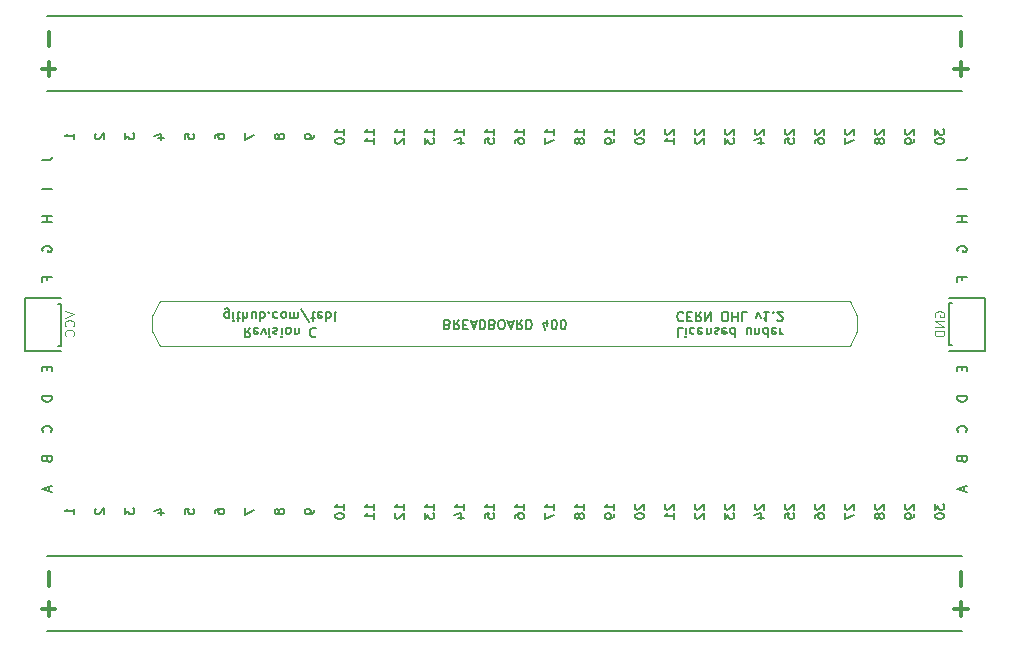
<source format=gbo>
G04 #@! TF.GenerationSoftware,KiCad,Pcbnew,(5.1.8)-1*
G04 #@! TF.CreationDate,2021-02-07T23:28:03+01:00*
G04 #@! TF.ProjectId,Breadboard 400,42726561-6462-46f6-9172-64203430302e,rev?*
G04 #@! TF.SameCoordinates,Original*
G04 #@! TF.FileFunction,Legend,Bot*
G04 #@! TF.FilePolarity,Positive*
%FSLAX46Y46*%
G04 Gerber Fmt 4.6, Leading zero omitted, Abs format (unit mm)*
G04 Created by KiCad (PCBNEW (5.1.8)-1) date 2021-02-07 23:28:03*
%MOMM*%
%LPD*%
G01*
G04 APERTURE LIST*
%ADD10C,0.150000*%
%ADD11C,0.100000*%
%ADD12C,0.200000*%
%ADD13C,0.120000*%
%ADD14C,0.300000*%
G04 APERTURE END LIST*
D10*
X101606666Y-95563095D02*
X101340000Y-95944047D01*
X101149523Y-95563095D02*
X101149523Y-96363095D01*
X101454285Y-96363095D01*
X101530476Y-96325000D01*
X101568571Y-96286904D01*
X101606666Y-96210714D01*
X101606666Y-96096428D01*
X101568571Y-96020238D01*
X101530476Y-95982142D01*
X101454285Y-95944047D01*
X101149523Y-95944047D01*
X102254285Y-95601190D02*
X102178095Y-95563095D01*
X102025714Y-95563095D01*
X101949523Y-95601190D01*
X101911428Y-95677380D01*
X101911428Y-95982142D01*
X101949523Y-96058333D01*
X102025714Y-96096428D01*
X102178095Y-96096428D01*
X102254285Y-96058333D01*
X102292380Y-95982142D01*
X102292380Y-95905952D01*
X101911428Y-95829761D01*
X102559047Y-96096428D02*
X102749523Y-95563095D01*
X102940000Y-96096428D01*
X103244761Y-95563095D02*
X103244761Y-96096428D01*
X103244761Y-96363095D02*
X103206666Y-96325000D01*
X103244761Y-96286904D01*
X103282857Y-96325000D01*
X103244761Y-96363095D01*
X103244761Y-96286904D01*
X103587619Y-95601190D02*
X103663809Y-95563095D01*
X103816190Y-95563095D01*
X103892380Y-95601190D01*
X103930476Y-95677380D01*
X103930476Y-95715476D01*
X103892380Y-95791666D01*
X103816190Y-95829761D01*
X103701904Y-95829761D01*
X103625714Y-95867857D01*
X103587619Y-95944047D01*
X103587619Y-95982142D01*
X103625714Y-96058333D01*
X103701904Y-96096428D01*
X103816190Y-96096428D01*
X103892380Y-96058333D01*
X104273333Y-95563095D02*
X104273333Y-96096428D01*
X104273333Y-96363095D02*
X104235238Y-96325000D01*
X104273333Y-96286904D01*
X104311428Y-96325000D01*
X104273333Y-96363095D01*
X104273333Y-96286904D01*
X104768571Y-95563095D02*
X104692380Y-95601190D01*
X104654285Y-95639285D01*
X104616190Y-95715476D01*
X104616190Y-95944047D01*
X104654285Y-96020238D01*
X104692380Y-96058333D01*
X104768571Y-96096428D01*
X104882857Y-96096428D01*
X104959047Y-96058333D01*
X104997142Y-96020238D01*
X105035238Y-95944047D01*
X105035238Y-95715476D01*
X104997142Y-95639285D01*
X104959047Y-95601190D01*
X104882857Y-95563095D01*
X104768571Y-95563095D01*
X105378095Y-96096428D02*
X105378095Y-95563095D01*
X105378095Y-96020238D02*
X105416190Y-96058333D01*
X105492380Y-96096428D01*
X105606666Y-96096428D01*
X105682857Y-96058333D01*
X105720952Y-95982142D01*
X105720952Y-95563095D01*
X107168571Y-95639285D02*
X107130476Y-95601190D01*
X107016190Y-95563095D01*
X106940000Y-95563095D01*
X106825714Y-95601190D01*
X106749523Y-95677380D01*
X106711428Y-95753571D01*
X106673333Y-95905952D01*
X106673333Y-96020238D01*
X106711428Y-96172619D01*
X106749523Y-96248809D01*
X106825714Y-96325000D01*
X106940000Y-96363095D01*
X107016190Y-96363095D01*
X107130476Y-96325000D01*
X107168571Y-96286904D01*
X99816190Y-94746428D02*
X99816190Y-94098809D01*
X99778095Y-94022619D01*
X99740000Y-93984523D01*
X99663809Y-93946428D01*
X99549523Y-93946428D01*
X99473333Y-93984523D01*
X99816190Y-94251190D02*
X99740000Y-94213095D01*
X99587619Y-94213095D01*
X99511428Y-94251190D01*
X99473333Y-94289285D01*
X99435238Y-94365476D01*
X99435238Y-94594047D01*
X99473333Y-94670238D01*
X99511428Y-94708333D01*
X99587619Y-94746428D01*
X99740000Y-94746428D01*
X99816190Y-94708333D01*
X100197142Y-94213095D02*
X100197142Y-94746428D01*
X100197142Y-95013095D02*
X100159047Y-94975000D01*
X100197142Y-94936904D01*
X100235238Y-94975000D01*
X100197142Y-95013095D01*
X100197142Y-94936904D01*
X100463809Y-94746428D02*
X100768571Y-94746428D01*
X100578095Y-95013095D02*
X100578095Y-94327380D01*
X100616190Y-94251190D01*
X100692380Y-94213095D01*
X100768571Y-94213095D01*
X101035238Y-94213095D02*
X101035238Y-95013095D01*
X101378095Y-94213095D02*
X101378095Y-94632142D01*
X101340000Y-94708333D01*
X101263809Y-94746428D01*
X101149523Y-94746428D01*
X101073333Y-94708333D01*
X101035238Y-94670238D01*
X102101904Y-94746428D02*
X102101904Y-94213095D01*
X101759047Y-94746428D02*
X101759047Y-94327380D01*
X101797142Y-94251190D01*
X101873333Y-94213095D01*
X101987619Y-94213095D01*
X102063809Y-94251190D01*
X102101904Y-94289285D01*
X102482857Y-94213095D02*
X102482857Y-95013095D01*
X102482857Y-94708333D02*
X102559047Y-94746428D01*
X102711428Y-94746428D01*
X102787619Y-94708333D01*
X102825714Y-94670238D01*
X102863809Y-94594047D01*
X102863809Y-94365476D01*
X102825714Y-94289285D01*
X102787619Y-94251190D01*
X102711428Y-94213095D01*
X102559047Y-94213095D01*
X102482857Y-94251190D01*
X103206666Y-94289285D02*
X103244761Y-94251190D01*
X103206666Y-94213095D01*
X103168571Y-94251190D01*
X103206666Y-94289285D01*
X103206666Y-94213095D01*
X103930476Y-94251190D02*
X103854285Y-94213095D01*
X103701904Y-94213095D01*
X103625714Y-94251190D01*
X103587619Y-94289285D01*
X103549523Y-94365476D01*
X103549523Y-94594047D01*
X103587619Y-94670238D01*
X103625714Y-94708333D01*
X103701904Y-94746428D01*
X103854285Y-94746428D01*
X103930476Y-94708333D01*
X104387619Y-94213095D02*
X104311428Y-94251190D01*
X104273333Y-94289285D01*
X104235238Y-94365476D01*
X104235238Y-94594047D01*
X104273333Y-94670238D01*
X104311428Y-94708333D01*
X104387619Y-94746428D01*
X104501904Y-94746428D01*
X104578095Y-94708333D01*
X104616190Y-94670238D01*
X104654285Y-94594047D01*
X104654285Y-94365476D01*
X104616190Y-94289285D01*
X104578095Y-94251190D01*
X104501904Y-94213095D01*
X104387619Y-94213095D01*
X104997142Y-94213095D02*
X104997142Y-94746428D01*
X104997142Y-94670238D02*
X105035238Y-94708333D01*
X105111428Y-94746428D01*
X105225714Y-94746428D01*
X105301904Y-94708333D01*
X105339999Y-94632142D01*
X105339999Y-94213095D01*
X105339999Y-94632142D02*
X105378095Y-94708333D01*
X105454285Y-94746428D01*
X105568571Y-94746428D01*
X105644761Y-94708333D01*
X105682857Y-94632142D01*
X105682857Y-94213095D01*
X106635238Y-95051190D02*
X105949523Y-94022619D01*
X106787619Y-94746428D02*
X107092380Y-94746428D01*
X106901904Y-95013095D02*
X106901904Y-94327380D01*
X106939999Y-94251190D01*
X107016190Y-94213095D01*
X107092380Y-94213095D01*
X107663809Y-94251190D02*
X107587619Y-94213095D01*
X107435238Y-94213095D01*
X107359047Y-94251190D01*
X107320952Y-94327380D01*
X107320952Y-94632142D01*
X107359047Y-94708333D01*
X107435238Y-94746428D01*
X107587619Y-94746428D01*
X107663809Y-94708333D01*
X107701904Y-94632142D01*
X107701904Y-94555952D01*
X107320952Y-94479761D01*
X108044761Y-94213095D02*
X108044761Y-95013095D01*
X108044761Y-94708333D02*
X108120952Y-94746428D01*
X108273333Y-94746428D01*
X108349523Y-94708333D01*
X108387619Y-94670238D01*
X108425714Y-94594047D01*
X108425714Y-94365476D01*
X108387619Y-94289285D01*
X108349523Y-94251190D01*
X108273333Y-94213095D01*
X108120952Y-94213095D01*
X108044761Y-94251190D01*
X108882857Y-94213095D02*
X108806666Y-94251190D01*
X108768571Y-94327380D01*
X108768571Y-95013095D01*
X138240000Y-95563095D02*
X137859047Y-95563095D01*
X137859047Y-96363095D01*
X138506666Y-95563095D02*
X138506666Y-96096428D01*
X138506666Y-96363095D02*
X138468571Y-96325000D01*
X138506666Y-96286904D01*
X138544761Y-96325000D01*
X138506666Y-96363095D01*
X138506666Y-96286904D01*
X139230476Y-95601190D02*
X139154285Y-95563095D01*
X139001904Y-95563095D01*
X138925714Y-95601190D01*
X138887619Y-95639285D01*
X138849523Y-95715476D01*
X138849523Y-95944047D01*
X138887619Y-96020238D01*
X138925714Y-96058333D01*
X139001904Y-96096428D01*
X139154285Y-96096428D01*
X139230476Y-96058333D01*
X139878095Y-95601190D02*
X139801904Y-95563095D01*
X139649523Y-95563095D01*
X139573333Y-95601190D01*
X139535238Y-95677380D01*
X139535238Y-95982142D01*
X139573333Y-96058333D01*
X139649523Y-96096428D01*
X139801904Y-96096428D01*
X139878095Y-96058333D01*
X139916190Y-95982142D01*
X139916190Y-95905952D01*
X139535238Y-95829761D01*
X140259047Y-96096428D02*
X140259047Y-95563095D01*
X140259047Y-96020238D02*
X140297142Y-96058333D01*
X140373333Y-96096428D01*
X140487619Y-96096428D01*
X140563809Y-96058333D01*
X140601904Y-95982142D01*
X140601904Y-95563095D01*
X140944761Y-95601190D02*
X141020952Y-95563095D01*
X141173333Y-95563095D01*
X141249523Y-95601190D01*
X141287619Y-95677380D01*
X141287619Y-95715476D01*
X141249523Y-95791666D01*
X141173333Y-95829761D01*
X141059047Y-95829761D01*
X140982857Y-95867857D01*
X140944761Y-95944047D01*
X140944761Y-95982142D01*
X140982857Y-96058333D01*
X141059047Y-96096428D01*
X141173333Y-96096428D01*
X141249523Y-96058333D01*
X141935238Y-95601190D02*
X141859047Y-95563095D01*
X141706666Y-95563095D01*
X141630476Y-95601190D01*
X141592380Y-95677380D01*
X141592380Y-95982142D01*
X141630476Y-96058333D01*
X141706666Y-96096428D01*
X141859047Y-96096428D01*
X141935238Y-96058333D01*
X141973333Y-95982142D01*
X141973333Y-95905952D01*
X141592380Y-95829761D01*
X142659047Y-95563095D02*
X142659047Y-96363095D01*
X142659047Y-95601190D02*
X142582857Y-95563095D01*
X142430476Y-95563095D01*
X142354285Y-95601190D01*
X142316190Y-95639285D01*
X142278095Y-95715476D01*
X142278095Y-95944047D01*
X142316190Y-96020238D01*
X142354285Y-96058333D01*
X142430476Y-96096428D01*
X142582857Y-96096428D01*
X142659047Y-96058333D01*
X143992380Y-96096428D02*
X143992380Y-95563095D01*
X143649523Y-96096428D02*
X143649523Y-95677380D01*
X143687619Y-95601190D01*
X143763809Y-95563095D01*
X143878095Y-95563095D01*
X143954285Y-95601190D01*
X143992380Y-95639285D01*
X144373333Y-96096428D02*
X144373333Y-95563095D01*
X144373333Y-96020238D02*
X144411428Y-96058333D01*
X144487619Y-96096428D01*
X144601904Y-96096428D01*
X144678095Y-96058333D01*
X144716190Y-95982142D01*
X144716190Y-95563095D01*
X145440000Y-95563095D02*
X145440000Y-96363095D01*
X145440000Y-95601190D02*
X145363809Y-95563095D01*
X145211428Y-95563095D01*
X145135238Y-95601190D01*
X145097142Y-95639285D01*
X145059047Y-95715476D01*
X145059047Y-95944047D01*
X145097142Y-96020238D01*
X145135238Y-96058333D01*
X145211428Y-96096428D01*
X145363809Y-96096428D01*
X145440000Y-96058333D01*
X146125714Y-95601190D02*
X146049523Y-95563095D01*
X145897142Y-95563095D01*
X145820952Y-95601190D01*
X145782857Y-95677380D01*
X145782857Y-95982142D01*
X145820952Y-96058333D01*
X145897142Y-96096428D01*
X146049523Y-96096428D01*
X146125714Y-96058333D01*
X146163809Y-95982142D01*
X146163809Y-95905952D01*
X145782857Y-95829761D01*
X146506666Y-95563095D02*
X146506666Y-96096428D01*
X146506666Y-95944047D02*
X146544761Y-96020238D01*
X146582857Y-96058333D01*
X146659047Y-96096428D01*
X146735238Y-96096428D01*
X138278095Y-94289285D02*
X138240000Y-94251190D01*
X138125714Y-94213095D01*
X138049523Y-94213095D01*
X137935238Y-94251190D01*
X137859047Y-94327380D01*
X137820952Y-94403571D01*
X137782857Y-94555952D01*
X137782857Y-94670238D01*
X137820952Y-94822619D01*
X137859047Y-94898809D01*
X137935238Y-94975000D01*
X138049523Y-95013095D01*
X138125714Y-95013095D01*
X138240000Y-94975000D01*
X138278095Y-94936904D01*
X138620952Y-94632142D02*
X138887619Y-94632142D01*
X139001904Y-94213095D02*
X138620952Y-94213095D01*
X138620952Y-95013095D01*
X139001904Y-95013095D01*
X139801904Y-94213095D02*
X139535238Y-94594047D01*
X139344761Y-94213095D02*
X139344761Y-95013095D01*
X139649523Y-95013095D01*
X139725714Y-94975000D01*
X139763809Y-94936904D01*
X139801904Y-94860714D01*
X139801904Y-94746428D01*
X139763809Y-94670238D01*
X139725714Y-94632142D01*
X139649523Y-94594047D01*
X139344761Y-94594047D01*
X140144761Y-94213095D02*
X140144761Y-95013095D01*
X140601904Y-94213095D01*
X140601904Y-95013095D01*
X141744761Y-95013095D02*
X141897142Y-95013095D01*
X141973333Y-94975000D01*
X142049523Y-94898809D01*
X142087619Y-94746428D01*
X142087619Y-94479761D01*
X142049523Y-94327380D01*
X141973333Y-94251190D01*
X141897142Y-94213095D01*
X141744761Y-94213095D01*
X141668571Y-94251190D01*
X141592380Y-94327380D01*
X141554285Y-94479761D01*
X141554285Y-94746428D01*
X141592380Y-94898809D01*
X141668571Y-94975000D01*
X141744761Y-95013095D01*
X142430476Y-94213095D02*
X142430476Y-95013095D01*
X142430476Y-94632142D02*
X142887619Y-94632142D01*
X142887619Y-94213095D02*
X142887619Y-95013095D01*
X143649523Y-94213095D02*
X143268571Y-94213095D01*
X143268571Y-95013095D01*
X144449523Y-94746428D02*
X144640000Y-94213095D01*
X144830476Y-94746428D01*
X145554285Y-94213095D02*
X145097142Y-94213095D01*
X145325714Y-94213095D02*
X145325714Y-95013095D01*
X145249523Y-94898809D01*
X145173333Y-94822619D01*
X145097142Y-94784523D01*
X145897142Y-94289285D02*
X145935238Y-94251190D01*
X145897142Y-94213095D01*
X145859047Y-94251190D01*
X145897142Y-94289285D01*
X145897142Y-94213095D01*
X146240000Y-94936904D02*
X146278095Y-94975000D01*
X146354285Y-95013095D01*
X146544761Y-95013095D01*
X146620952Y-94975000D01*
X146659047Y-94936904D01*
X146697142Y-94860714D01*
X146697142Y-94784523D01*
X146659047Y-94670238D01*
X146201904Y-94213095D01*
X146697142Y-94213095D01*
D11*
X159620000Y-94640476D02*
X159581904Y-94564285D01*
X159581904Y-94450000D01*
X159620000Y-94335714D01*
X159696190Y-94259523D01*
X159772380Y-94221428D01*
X159924761Y-94183333D01*
X160039047Y-94183333D01*
X160191428Y-94221428D01*
X160267619Y-94259523D01*
X160343809Y-94335714D01*
X160381904Y-94450000D01*
X160381904Y-94526190D01*
X160343809Y-94640476D01*
X160305714Y-94678571D01*
X160039047Y-94678571D01*
X160039047Y-94526190D01*
X160381904Y-95021428D02*
X159581904Y-95021428D01*
X160381904Y-95478571D01*
X159581904Y-95478571D01*
X160381904Y-95859523D02*
X159581904Y-95859523D01*
X159581904Y-96050000D01*
X159620000Y-96164285D01*
X159696190Y-96240476D01*
X159772380Y-96278571D01*
X159924761Y-96316666D01*
X160039047Y-96316666D01*
X160191428Y-96278571D01*
X160267619Y-96240476D01*
X160343809Y-96164285D01*
X160381904Y-96050000D01*
X160381904Y-95859523D01*
X85921904Y-94183333D02*
X86721904Y-94450000D01*
X85921904Y-94716666D01*
X86645714Y-95440476D02*
X86683809Y-95402380D01*
X86721904Y-95288095D01*
X86721904Y-95211904D01*
X86683809Y-95097619D01*
X86607619Y-95021428D01*
X86531428Y-94983333D01*
X86379047Y-94945238D01*
X86264761Y-94945238D01*
X86112380Y-94983333D01*
X86036190Y-95021428D01*
X85960000Y-95097619D01*
X85921904Y-95211904D01*
X85921904Y-95288095D01*
X85960000Y-95402380D01*
X85998095Y-95440476D01*
X86645714Y-96240476D02*
X86683809Y-96202380D01*
X86721904Y-96088095D01*
X86721904Y-96011904D01*
X86683809Y-95897619D01*
X86607619Y-95821428D01*
X86531428Y-95783333D01*
X86379047Y-95745238D01*
X86264761Y-95745238D01*
X86112380Y-95783333D01*
X86036190Y-95821428D01*
X85960000Y-95897619D01*
X85921904Y-96011904D01*
X85921904Y-96088095D01*
X85960000Y-96202380D01*
X85998095Y-96240476D01*
D10*
X161867857Y-91554285D02*
X161867857Y-91287619D01*
X162286904Y-91287619D02*
X161486904Y-91287619D01*
X161486904Y-91668571D01*
X162286904Y-83820000D02*
X161486904Y-83820000D01*
X161525000Y-89109523D02*
X161486904Y-89033333D01*
X161486904Y-88919047D01*
X161525000Y-88804761D01*
X161601190Y-88728571D01*
X161677380Y-88690476D01*
X161829761Y-88652380D01*
X161944047Y-88652380D01*
X162096428Y-88690476D01*
X162172619Y-88728571D01*
X162248809Y-88804761D01*
X162286904Y-88919047D01*
X162286904Y-88995238D01*
X162248809Y-89109523D01*
X162210714Y-89147619D01*
X161944047Y-89147619D01*
X161944047Y-88995238D01*
X161486904Y-81394285D02*
X162058333Y-81394285D01*
X162172619Y-81356190D01*
X162248809Y-81280000D01*
X162286904Y-81165714D01*
X162286904Y-81089523D01*
X162286904Y-86131428D02*
X161486904Y-86131428D01*
X161867857Y-86131428D02*
X161867857Y-86588571D01*
X162286904Y-86588571D02*
X161486904Y-86588571D01*
X161867857Y-98888571D02*
X161867857Y-99155238D01*
X162286904Y-99269523D02*
X162286904Y-98888571D01*
X161486904Y-98888571D01*
X161486904Y-99269523D01*
X161867857Y-106737142D02*
X161905952Y-106851428D01*
X161944047Y-106889523D01*
X162020238Y-106927619D01*
X162134523Y-106927619D01*
X162210714Y-106889523D01*
X162248809Y-106851428D01*
X162286904Y-106775238D01*
X162286904Y-106470476D01*
X161486904Y-106470476D01*
X161486904Y-106737142D01*
X161525000Y-106813333D01*
X161563095Y-106851428D01*
X161639285Y-106889523D01*
X161715476Y-106889523D01*
X161791666Y-106851428D01*
X161829761Y-106813333D01*
X161867857Y-106737142D01*
X161867857Y-106470476D01*
X162058333Y-109029523D02*
X162058333Y-109410476D01*
X162286904Y-108953333D02*
X161486904Y-109220000D01*
X162286904Y-109486666D01*
X162286904Y-101390476D02*
X161486904Y-101390476D01*
X161486904Y-101580952D01*
X161525000Y-101695238D01*
X161601190Y-101771428D01*
X161677380Y-101809523D01*
X161829761Y-101847619D01*
X161944047Y-101847619D01*
X162096428Y-101809523D01*
X162172619Y-101771428D01*
X162248809Y-101695238D01*
X162286904Y-101580952D01*
X162286904Y-101390476D01*
X162210714Y-104387619D02*
X162248809Y-104349523D01*
X162286904Y-104235238D01*
X162286904Y-104159047D01*
X162248809Y-104044761D01*
X162172619Y-103968571D01*
X162096428Y-103930476D01*
X161944047Y-103892380D01*
X161829761Y-103892380D01*
X161677380Y-103930476D01*
X161601190Y-103968571D01*
X161525000Y-104044761D01*
X161486904Y-104159047D01*
X161486904Y-104235238D01*
X161525000Y-104349523D01*
X161563095Y-104387619D01*
X84055000Y-89109523D02*
X84016904Y-89033333D01*
X84016904Y-88919047D01*
X84055000Y-88804761D01*
X84131190Y-88728571D01*
X84207380Y-88690476D01*
X84359761Y-88652380D01*
X84474047Y-88652380D01*
X84626428Y-88690476D01*
X84702619Y-88728571D01*
X84778809Y-88804761D01*
X84816904Y-88919047D01*
X84816904Y-88995238D01*
X84778809Y-89109523D01*
X84740714Y-89147619D01*
X84474047Y-89147619D01*
X84474047Y-88995238D01*
X84816904Y-86131428D02*
X84016904Y-86131428D01*
X84397857Y-86131428D02*
X84397857Y-86588571D01*
X84816904Y-86588571D02*
X84016904Y-86588571D01*
X84397857Y-91554285D02*
X84397857Y-91287619D01*
X84816904Y-91287619D02*
X84016904Y-91287619D01*
X84016904Y-91668571D01*
X84016904Y-81394285D02*
X84588333Y-81394285D01*
X84702619Y-81356190D01*
X84778809Y-81280000D01*
X84816904Y-81165714D01*
X84816904Y-81089523D01*
X84816904Y-83820000D02*
X84016904Y-83820000D01*
X84397857Y-98888571D02*
X84397857Y-99155238D01*
X84816904Y-99269523D02*
X84816904Y-98888571D01*
X84016904Y-98888571D01*
X84016904Y-99269523D01*
X84397857Y-106737142D02*
X84435952Y-106851428D01*
X84474047Y-106889523D01*
X84550238Y-106927619D01*
X84664523Y-106927619D01*
X84740714Y-106889523D01*
X84778809Y-106851428D01*
X84816904Y-106775238D01*
X84816904Y-106470476D01*
X84016904Y-106470476D01*
X84016904Y-106737142D01*
X84055000Y-106813333D01*
X84093095Y-106851428D01*
X84169285Y-106889523D01*
X84245476Y-106889523D01*
X84321666Y-106851428D01*
X84359761Y-106813333D01*
X84397857Y-106737142D01*
X84397857Y-106470476D01*
X84816904Y-101390476D02*
X84016904Y-101390476D01*
X84016904Y-101580952D01*
X84055000Y-101695238D01*
X84131190Y-101771428D01*
X84207380Y-101809523D01*
X84359761Y-101847619D01*
X84474047Y-101847619D01*
X84626428Y-101809523D01*
X84702619Y-101771428D01*
X84778809Y-101695238D01*
X84816904Y-101580952D01*
X84816904Y-101390476D01*
X84588333Y-109029523D02*
X84588333Y-109410476D01*
X84816904Y-108953333D02*
X84016904Y-109220000D01*
X84816904Y-109486666D01*
X84740714Y-104387619D02*
X84778809Y-104349523D01*
X84816904Y-104235238D01*
X84816904Y-104159047D01*
X84778809Y-104044761D01*
X84702619Y-103968571D01*
X84626428Y-103930476D01*
X84474047Y-103892380D01*
X84359761Y-103892380D01*
X84207380Y-103930476D01*
X84131190Y-103968571D01*
X84055000Y-104044761D01*
X84016904Y-104159047D01*
X84016904Y-104235238D01*
X84055000Y-104349523D01*
X84093095Y-104387619D01*
D12*
X84455000Y-69215000D02*
X161925000Y-69215000D01*
X84455000Y-75565000D02*
X161925000Y-75565000D01*
X84455000Y-121285000D02*
X161925000Y-121285000D01*
X84455000Y-114935000D02*
X161925000Y-114935000D01*
D10*
X118332857Y-95307142D02*
X118447142Y-95269047D01*
X118485238Y-95230952D01*
X118523333Y-95154761D01*
X118523333Y-95040476D01*
X118485238Y-94964285D01*
X118447142Y-94926190D01*
X118370952Y-94888095D01*
X118066190Y-94888095D01*
X118066190Y-95688095D01*
X118332857Y-95688095D01*
X118409047Y-95650000D01*
X118447142Y-95611904D01*
X118485238Y-95535714D01*
X118485238Y-95459523D01*
X118447142Y-95383333D01*
X118409047Y-95345238D01*
X118332857Y-95307142D01*
X118066190Y-95307142D01*
X119323333Y-94888095D02*
X119056666Y-95269047D01*
X118866190Y-94888095D02*
X118866190Y-95688095D01*
X119170952Y-95688095D01*
X119247142Y-95650000D01*
X119285238Y-95611904D01*
X119323333Y-95535714D01*
X119323333Y-95421428D01*
X119285238Y-95345238D01*
X119247142Y-95307142D01*
X119170952Y-95269047D01*
X118866190Y-95269047D01*
X119666190Y-95307142D02*
X119932857Y-95307142D01*
X120047142Y-94888095D02*
X119666190Y-94888095D01*
X119666190Y-95688095D01*
X120047142Y-95688095D01*
X120351904Y-95116666D02*
X120732857Y-95116666D01*
X120275714Y-94888095D02*
X120542380Y-95688095D01*
X120809047Y-94888095D01*
X121075714Y-94888095D02*
X121075714Y-95688095D01*
X121266190Y-95688095D01*
X121380476Y-95650000D01*
X121456666Y-95573809D01*
X121494761Y-95497619D01*
X121532857Y-95345238D01*
X121532857Y-95230952D01*
X121494761Y-95078571D01*
X121456666Y-95002380D01*
X121380476Y-94926190D01*
X121266190Y-94888095D01*
X121075714Y-94888095D01*
X122142380Y-95307142D02*
X122256666Y-95269047D01*
X122294761Y-95230952D01*
X122332857Y-95154761D01*
X122332857Y-95040476D01*
X122294761Y-94964285D01*
X122256666Y-94926190D01*
X122180476Y-94888095D01*
X121875714Y-94888095D01*
X121875714Y-95688095D01*
X122142380Y-95688095D01*
X122218571Y-95650000D01*
X122256666Y-95611904D01*
X122294761Y-95535714D01*
X122294761Y-95459523D01*
X122256666Y-95383333D01*
X122218571Y-95345238D01*
X122142380Y-95307142D01*
X121875714Y-95307142D01*
X122828095Y-95688095D02*
X122980476Y-95688095D01*
X123056666Y-95650000D01*
X123132857Y-95573809D01*
X123170952Y-95421428D01*
X123170952Y-95154761D01*
X123132857Y-95002380D01*
X123056666Y-94926190D01*
X122980476Y-94888095D01*
X122828095Y-94888095D01*
X122751904Y-94926190D01*
X122675714Y-95002380D01*
X122637619Y-95154761D01*
X122637619Y-95421428D01*
X122675714Y-95573809D01*
X122751904Y-95650000D01*
X122828095Y-95688095D01*
X123475714Y-95116666D02*
X123856666Y-95116666D01*
X123399523Y-94888095D02*
X123666190Y-95688095D01*
X123932857Y-94888095D01*
X124656666Y-94888095D02*
X124390000Y-95269047D01*
X124199523Y-94888095D02*
X124199523Y-95688095D01*
X124504285Y-95688095D01*
X124580476Y-95650000D01*
X124618571Y-95611904D01*
X124656666Y-95535714D01*
X124656666Y-95421428D01*
X124618571Y-95345238D01*
X124580476Y-95307142D01*
X124504285Y-95269047D01*
X124199523Y-95269047D01*
X124999523Y-94888095D02*
X124999523Y-95688095D01*
X125190000Y-95688095D01*
X125304285Y-95650000D01*
X125380476Y-95573809D01*
X125418571Y-95497619D01*
X125456666Y-95345238D01*
X125456666Y-95230952D01*
X125418571Y-95078571D01*
X125380476Y-95002380D01*
X125304285Y-94926190D01*
X125190000Y-94888095D01*
X124999523Y-94888095D01*
X126751904Y-95421428D02*
X126751904Y-94888095D01*
X126561428Y-95726190D02*
X126370952Y-95154761D01*
X126866190Y-95154761D01*
X127323333Y-95688095D02*
X127399523Y-95688095D01*
X127475714Y-95650000D01*
X127513809Y-95611904D01*
X127551904Y-95535714D01*
X127590000Y-95383333D01*
X127590000Y-95192857D01*
X127551904Y-95040476D01*
X127513809Y-94964285D01*
X127475714Y-94926190D01*
X127399523Y-94888095D01*
X127323333Y-94888095D01*
X127247142Y-94926190D01*
X127209047Y-94964285D01*
X127170952Y-95040476D01*
X127132857Y-95192857D01*
X127132857Y-95383333D01*
X127170952Y-95535714D01*
X127209047Y-95611904D01*
X127247142Y-95650000D01*
X127323333Y-95688095D01*
X128085238Y-95688095D02*
X128161428Y-95688095D01*
X128237619Y-95650000D01*
X128275714Y-95611904D01*
X128313809Y-95535714D01*
X128351904Y-95383333D01*
X128351904Y-95192857D01*
X128313809Y-95040476D01*
X128275714Y-94964285D01*
X128237619Y-94926190D01*
X128161428Y-94888095D01*
X128085238Y-94888095D01*
X128009047Y-94926190D01*
X127970952Y-94964285D01*
X127932857Y-95040476D01*
X127894761Y-95192857D01*
X127894761Y-95383333D01*
X127932857Y-95535714D01*
X127970952Y-95611904D01*
X128009047Y-95650000D01*
X128085238Y-95688095D01*
X149498095Y-78765476D02*
X149460000Y-78803571D01*
X149421904Y-78879761D01*
X149421904Y-79070238D01*
X149460000Y-79146428D01*
X149498095Y-79184523D01*
X149574285Y-79222619D01*
X149650476Y-79222619D01*
X149764761Y-79184523D01*
X150221904Y-78727380D01*
X150221904Y-79222619D01*
X149421904Y-79908333D02*
X149421904Y-79755952D01*
X149460000Y-79679761D01*
X149498095Y-79641666D01*
X149612380Y-79565476D01*
X149764761Y-79527380D01*
X150069523Y-79527380D01*
X150145714Y-79565476D01*
X150183809Y-79603571D01*
X150221904Y-79679761D01*
X150221904Y-79832142D01*
X150183809Y-79908333D01*
X150145714Y-79946428D01*
X150069523Y-79984523D01*
X149879047Y-79984523D01*
X149802857Y-79946428D01*
X149764761Y-79908333D01*
X149726666Y-79832142D01*
X149726666Y-79679761D01*
X149764761Y-79603571D01*
X149802857Y-79565476D01*
X149879047Y-79527380D01*
X152038095Y-78765476D02*
X152000000Y-78803571D01*
X151961904Y-78879761D01*
X151961904Y-79070238D01*
X152000000Y-79146428D01*
X152038095Y-79184523D01*
X152114285Y-79222619D01*
X152190476Y-79222619D01*
X152304761Y-79184523D01*
X152761904Y-78727380D01*
X152761904Y-79222619D01*
X151961904Y-79489285D02*
X151961904Y-80022619D01*
X152761904Y-79679761D01*
X157118095Y-78765476D02*
X157080000Y-78803571D01*
X157041904Y-78879761D01*
X157041904Y-79070238D01*
X157080000Y-79146428D01*
X157118095Y-79184523D01*
X157194285Y-79222619D01*
X157270476Y-79222619D01*
X157384761Y-79184523D01*
X157841904Y-78727380D01*
X157841904Y-79222619D01*
X157841904Y-79603571D02*
X157841904Y-79755952D01*
X157803809Y-79832142D01*
X157765714Y-79870238D01*
X157651428Y-79946428D01*
X157499047Y-79984523D01*
X157194285Y-79984523D01*
X157118095Y-79946428D01*
X157080000Y-79908333D01*
X157041904Y-79832142D01*
X157041904Y-79679761D01*
X157080000Y-79603571D01*
X157118095Y-79565476D01*
X157194285Y-79527380D01*
X157384761Y-79527380D01*
X157460952Y-79565476D01*
X157499047Y-79603571D01*
X157537142Y-79679761D01*
X157537142Y-79832142D01*
X157499047Y-79908333D01*
X157460952Y-79946428D01*
X157384761Y-79984523D01*
X154578095Y-78765476D02*
X154540000Y-78803571D01*
X154501904Y-78879761D01*
X154501904Y-79070238D01*
X154540000Y-79146428D01*
X154578095Y-79184523D01*
X154654285Y-79222619D01*
X154730476Y-79222619D01*
X154844761Y-79184523D01*
X155301904Y-78727380D01*
X155301904Y-79222619D01*
X154844761Y-79679761D02*
X154806666Y-79603571D01*
X154768571Y-79565476D01*
X154692380Y-79527380D01*
X154654285Y-79527380D01*
X154578095Y-79565476D01*
X154540000Y-79603571D01*
X154501904Y-79679761D01*
X154501904Y-79832142D01*
X154540000Y-79908333D01*
X154578095Y-79946428D01*
X154654285Y-79984523D01*
X154692380Y-79984523D01*
X154768571Y-79946428D01*
X154806666Y-79908333D01*
X154844761Y-79832142D01*
X154844761Y-79679761D01*
X154882857Y-79603571D01*
X154920952Y-79565476D01*
X154997142Y-79527380D01*
X155149523Y-79527380D01*
X155225714Y-79565476D01*
X155263809Y-79603571D01*
X155301904Y-79679761D01*
X155301904Y-79832142D01*
X155263809Y-79908333D01*
X155225714Y-79946428D01*
X155149523Y-79984523D01*
X154997142Y-79984523D01*
X154920952Y-79946428D01*
X154882857Y-79908333D01*
X154844761Y-79832142D01*
X139338095Y-78765476D02*
X139300000Y-78803571D01*
X139261904Y-78879761D01*
X139261904Y-79070238D01*
X139300000Y-79146428D01*
X139338095Y-79184523D01*
X139414285Y-79222619D01*
X139490476Y-79222619D01*
X139604761Y-79184523D01*
X140061904Y-78727380D01*
X140061904Y-79222619D01*
X139338095Y-79527380D02*
X139300000Y-79565476D01*
X139261904Y-79641666D01*
X139261904Y-79832142D01*
X139300000Y-79908333D01*
X139338095Y-79946428D01*
X139414285Y-79984523D01*
X139490476Y-79984523D01*
X139604761Y-79946428D01*
X140061904Y-79489285D01*
X140061904Y-79984523D01*
X144418095Y-78765476D02*
X144380000Y-78803571D01*
X144341904Y-78879761D01*
X144341904Y-79070238D01*
X144380000Y-79146428D01*
X144418095Y-79184523D01*
X144494285Y-79222619D01*
X144570476Y-79222619D01*
X144684761Y-79184523D01*
X145141904Y-78727380D01*
X145141904Y-79222619D01*
X144608571Y-79908333D02*
X145141904Y-79908333D01*
X144303809Y-79717857D02*
X144875238Y-79527380D01*
X144875238Y-80022619D01*
X136798095Y-78765476D02*
X136760000Y-78803571D01*
X136721904Y-78879761D01*
X136721904Y-79070238D01*
X136760000Y-79146428D01*
X136798095Y-79184523D01*
X136874285Y-79222619D01*
X136950476Y-79222619D01*
X137064761Y-79184523D01*
X137521904Y-78727380D01*
X137521904Y-79222619D01*
X137521904Y-79984523D02*
X137521904Y-79527380D01*
X137521904Y-79755952D02*
X136721904Y-79755952D01*
X136836190Y-79679761D01*
X136912380Y-79603571D01*
X136950476Y-79527380D01*
X141878095Y-78765476D02*
X141840000Y-78803571D01*
X141801904Y-78879761D01*
X141801904Y-79070238D01*
X141840000Y-79146428D01*
X141878095Y-79184523D01*
X141954285Y-79222619D01*
X142030476Y-79222619D01*
X142144761Y-79184523D01*
X142601904Y-78727380D01*
X142601904Y-79222619D01*
X141801904Y-79489285D02*
X141801904Y-79984523D01*
X142106666Y-79717857D01*
X142106666Y-79832142D01*
X142144761Y-79908333D01*
X142182857Y-79946428D01*
X142259047Y-79984523D01*
X142449523Y-79984523D01*
X142525714Y-79946428D01*
X142563809Y-79908333D01*
X142601904Y-79832142D01*
X142601904Y-79603571D01*
X142563809Y-79527380D01*
X142525714Y-79489285D01*
X129901904Y-79222619D02*
X129901904Y-78765476D01*
X129901904Y-78994047D02*
X129101904Y-78994047D01*
X129216190Y-78917857D01*
X129292380Y-78841666D01*
X129330476Y-78765476D01*
X129444761Y-79679761D02*
X129406666Y-79603571D01*
X129368571Y-79565476D01*
X129292380Y-79527380D01*
X129254285Y-79527380D01*
X129178095Y-79565476D01*
X129140000Y-79603571D01*
X129101904Y-79679761D01*
X129101904Y-79832142D01*
X129140000Y-79908333D01*
X129178095Y-79946428D01*
X129254285Y-79984523D01*
X129292380Y-79984523D01*
X129368571Y-79946428D01*
X129406666Y-79908333D01*
X129444761Y-79832142D01*
X129444761Y-79679761D01*
X129482857Y-79603571D01*
X129520952Y-79565476D01*
X129597142Y-79527380D01*
X129749523Y-79527380D01*
X129825714Y-79565476D01*
X129863809Y-79603571D01*
X129901904Y-79679761D01*
X129901904Y-79832142D01*
X129863809Y-79908333D01*
X129825714Y-79946428D01*
X129749523Y-79984523D01*
X129597142Y-79984523D01*
X129520952Y-79946428D01*
X129482857Y-79908333D01*
X129444761Y-79832142D01*
X127361904Y-79222619D02*
X127361904Y-78765476D01*
X127361904Y-78994047D02*
X126561904Y-78994047D01*
X126676190Y-78917857D01*
X126752380Y-78841666D01*
X126790476Y-78765476D01*
X126561904Y-79489285D02*
X126561904Y-80022619D01*
X127361904Y-79679761D01*
X132441904Y-79222619D02*
X132441904Y-78765476D01*
X132441904Y-78994047D02*
X131641904Y-78994047D01*
X131756190Y-78917857D01*
X131832380Y-78841666D01*
X131870476Y-78765476D01*
X132441904Y-79603571D02*
X132441904Y-79755952D01*
X132403809Y-79832142D01*
X132365714Y-79870238D01*
X132251428Y-79946428D01*
X132099047Y-79984523D01*
X131794285Y-79984523D01*
X131718095Y-79946428D01*
X131680000Y-79908333D01*
X131641904Y-79832142D01*
X131641904Y-79679761D01*
X131680000Y-79603571D01*
X131718095Y-79565476D01*
X131794285Y-79527380D01*
X131984761Y-79527380D01*
X132060952Y-79565476D01*
X132099047Y-79603571D01*
X132137142Y-79679761D01*
X132137142Y-79832142D01*
X132099047Y-79908333D01*
X132060952Y-79946428D01*
X131984761Y-79984523D01*
X124821904Y-79222619D02*
X124821904Y-78765476D01*
X124821904Y-78994047D02*
X124021904Y-78994047D01*
X124136190Y-78917857D01*
X124212380Y-78841666D01*
X124250476Y-78765476D01*
X124021904Y-79908333D02*
X124021904Y-79755952D01*
X124060000Y-79679761D01*
X124098095Y-79641666D01*
X124212380Y-79565476D01*
X124364761Y-79527380D01*
X124669523Y-79527380D01*
X124745714Y-79565476D01*
X124783809Y-79603571D01*
X124821904Y-79679761D01*
X124821904Y-79832142D01*
X124783809Y-79908333D01*
X124745714Y-79946428D01*
X124669523Y-79984523D01*
X124479047Y-79984523D01*
X124402857Y-79946428D01*
X124364761Y-79908333D01*
X124326666Y-79832142D01*
X124326666Y-79679761D01*
X124364761Y-79603571D01*
X124402857Y-79565476D01*
X124479047Y-79527380D01*
X114661904Y-79222619D02*
X114661904Y-78765476D01*
X114661904Y-78994047D02*
X113861904Y-78994047D01*
X113976190Y-78917857D01*
X114052380Y-78841666D01*
X114090476Y-78765476D01*
X113938095Y-79527380D02*
X113900000Y-79565476D01*
X113861904Y-79641666D01*
X113861904Y-79832142D01*
X113900000Y-79908333D01*
X113938095Y-79946428D01*
X114014285Y-79984523D01*
X114090476Y-79984523D01*
X114204761Y-79946428D01*
X114661904Y-79489285D01*
X114661904Y-79984523D01*
X119741904Y-79222619D02*
X119741904Y-78765476D01*
X119741904Y-78994047D02*
X118941904Y-78994047D01*
X119056190Y-78917857D01*
X119132380Y-78841666D01*
X119170476Y-78765476D01*
X119208571Y-79908333D02*
X119741904Y-79908333D01*
X118903809Y-79717857D02*
X119475238Y-79527380D01*
X119475238Y-80022619D01*
X117201904Y-79222619D02*
X117201904Y-78765476D01*
X117201904Y-78994047D02*
X116401904Y-78994047D01*
X116516190Y-78917857D01*
X116592380Y-78841666D01*
X116630476Y-78765476D01*
X116401904Y-79489285D02*
X116401904Y-79984523D01*
X116706666Y-79717857D01*
X116706666Y-79832142D01*
X116744761Y-79908333D01*
X116782857Y-79946428D01*
X116859047Y-79984523D01*
X117049523Y-79984523D01*
X117125714Y-79946428D01*
X117163809Y-79908333D01*
X117201904Y-79832142D01*
X117201904Y-79603571D01*
X117163809Y-79527380D01*
X117125714Y-79489285D01*
X112121904Y-79222619D02*
X112121904Y-78765476D01*
X112121904Y-78994047D02*
X111321904Y-78994047D01*
X111436190Y-78917857D01*
X111512380Y-78841666D01*
X111550476Y-78765476D01*
X112121904Y-79984523D02*
X112121904Y-79527380D01*
X112121904Y-79755952D02*
X111321904Y-79755952D01*
X111436190Y-79679761D01*
X111512380Y-79603571D01*
X111550476Y-79527380D01*
X101161904Y-79108333D02*
X101161904Y-79641666D01*
X101961904Y-79298809D01*
X98621904Y-79527380D02*
X98621904Y-79375000D01*
X98660000Y-79298809D01*
X98698095Y-79260714D01*
X98812380Y-79184523D01*
X98964761Y-79146428D01*
X99269523Y-79146428D01*
X99345714Y-79184523D01*
X99383809Y-79222619D01*
X99421904Y-79298809D01*
X99421904Y-79451190D01*
X99383809Y-79527380D01*
X99345714Y-79565476D01*
X99269523Y-79603571D01*
X99079047Y-79603571D01*
X99002857Y-79565476D01*
X98964761Y-79527380D01*
X98926666Y-79451190D01*
X98926666Y-79298809D01*
X98964761Y-79222619D01*
X99002857Y-79184523D01*
X99079047Y-79146428D01*
X107041904Y-79222619D02*
X107041904Y-79375000D01*
X107003809Y-79451190D01*
X106965714Y-79489285D01*
X106851428Y-79565476D01*
X106699047Y-79603571D01*
X106394285Y-79603571D01*
X106318095Y-79565476D01*
X106280000Y-79527380D01*
X106241904Y-79451190D01*
X106241904Y-79298809D01*
X106280000Y-79222619D01*
X106318095Y-79184523D01*
X106394285Y-79146428D01*
X106584761Y-79146428D01*
X106660952Y-79184523D01*
X106699047Y-79222619D01*
X106737142Y-79298809D01*
X106737142Y-79451190D01*
X106699047Y-79527380D01*
X106660952Y-79565476D01*
X106584761Y-79603571D01*
X104044761Y-79298809D02*
X104006666Y-79222619D01*
X103968571Y-79184523D01*
X103892380Y-79146428D01*
X103854285Y-79146428D01*
X103778095Y-79184523D01*
X103740000Y-79222619D01*
X103701904Y-79298809D01*
X103701904Y-79451190D01*
X103740000Y-79527380D01*
X103778095Y-79565476D01*
X103854285Y-79603571D01*
X103892380Y-79603571D01*
X103968571Y-79565476D01*
X104006666Y-79527380D01*
X104044761Y-79451190D01*
X104044761Y-79298809D01*
X104082857Y-79222619D01*
X104120952Y-79184523D01*
X104197142Y-79146428D01*
X104349523Y-79146428D01*
X104425714Y-79184523D01*
X104463809Y-79222619D01*
X104501904Y-79298809D01*
X104501904Y-79451190D01*
X104463809Y-79527380D01*
X104425714Y-79565476D01*
X104349523Y-79603571D01*
X104197142Y-79603571D01*
X104120952Y-79565476D01*
X104082857Y-79527380D01*
X104044761Y-79451190D01*
X93808571Y-79527380D02*
X94341904Y-79527380D01*
X93503809Y-79336904D02*
X94075238Y-79146428D01*
X94075238Y-79641666D01*
X88538095Y-79146428D02*
X88500000Y-79184523D01*
X88461904Y-79260714D01*
X88461904Y-79451190D01*
X88500000Y-79527380D01*
X88538095Y-79565476D01*
X88614285Y-79603571D01*
X88690476Y-79603571D01*
X88804761Y-79565476D01*
X89261904Y-79108333D01*
X89261904Y-79603571D01*
X91001904Y-79108333D02*
X91001904Y-79603571D01*
X91306666Y-79336904D01*
X91306666Y-79451190D01*
X91344761Y-79527380D01*
X91382857Y-79565476D01*
X91459047Y-79603571D01*
X91649523Y-79603571D01*
X91725714Y-79565476D01*
X91763809Y-79527380D01*
X91801904Y-79451190D01*
X91801904Y-79222619D01*
X91763809Y-79146428D01*
X91725714Y-79108333D01*
X157118095Y-110515476D02*
X157080000Y-110553571D01*
X157041904Y-110629761D01*
X157041904Y-110820238D01*
X157080000Y-110896428D01*
X157118095Y-110934523D01*
X157194285Y-110972619D01*
X157270476Y-110972619D01*
X157384761Y-110934523D01*
X157841904Y-110477380D01*
X157841904Y-110972619D01*
X157841904Y-111353571D02*
X157841904Y-111505952D01*
X157803809Y-111582142D01*
X157765714Y-111620238D01*
X157651428Y-111696428D01*
X157499047Y-111734523D01*
X157194285Y-111734523D01*
X157118095Y-111696428D01*
X157080000Y-111658333D01*
X157041904Y-111582142D01*
X157041904Y-111429761D01*
X157080000Y-111353571D01*
X157118095Y-111315476D01*
X157194285Y-111277380D01*
X157384761Y-111277380D01*
X157460952Y-111315476D01*
X157499047Y-111353571D01*
X157537142Y-111429761D01*
X157537142Y-111582142D01*
X157499047Y-111658333D01*
X157460952Y-111696428D01*
X157384761Y-111734523D01*
X154578095Y-110515476D02*
X154540000Y-110553571D01*
X154501904Y-110629761D01*
X154501904Y-110820238D01*
X154540000Y-110896428D01*
X154578095Y-110934523D01*
X154654285Y-110972619D01*
X154730476Y-110972619D01*
X154844761Y-110934523D01*
X155301904Y-110477380D01*
X155301904Y-110972619D01*
X154844761Y-111429761D02*
X154806666Y-111353571D01*
X154768571Y-111315476D01*
X154692380Y-111277380D01*
X154654285Y-111277380D01*
X154578095Y-111315476D01*
X154540000Y-111353571D01*
X154501904Y-111429761D01*
X154501904Y-111582142D01*
X154540000Y-111658333D01*
X154578095Y-111696428D01*
X154654285Y-111734523D01*
X154692380Y-111734523D01*
X154768571Y-111696428D01*
X154806666Y-111658333D01*
X154844761Y-111582142D01*
X154844761Y-111429761D01*
X154882857Y-111353571D01*
X154920952Y-111315476D01*
X154997142Y-111277380D01*
X155149523Y-111277380D01*
X155225714Y-111315476D01*
X155263809Y-111353571D01*
X155301904Y-111429761D01*
X155301904Y-111582142D01*
X155263809Y-111658333D01*
X155225714Y-111696428D01*
X155149523Y-111734523D01*
X154997142Y-111734523D01*
X154920952Y-111696428D01*
X154882857Y-111658333D01*
X154844761Y-111582142D01*
X152038095Y-110515476D02*
X152000000Y-110553571D01*
X151961904Y-110629761D01*
X151961904Y-110820238D01*
X152000000Y-110896428D01*
X152038095Y-110934523D01*
X152114285Y-110972619D01*
X152190476Y-110972619D01*
X152304761Y-110934523D01*
X152761904Y-110477380D01*
X152761904Y-110972619D01*
X151961904Y-111239285D02*
X151961904Y-111772619D01*
X152761904Y-111429761D01*
X149498095Y-110515476D02*
X149460000Y-110553571D01*
X149421904Y-110629761D01*
X149421904Y-110820238D01*
X149460000Y-110896428D01*
X149498095Y-110934523D01*
X149574285Y-110972619D01*
X149650476Y-110972619D01*
X149764761Y-110934523D01*
X150221904Y-110477380D01*
X150221904Y-110972619D01*
X149421904Y-111658333D02*
X149421904Y-111505952D01*
X149460000Y-111429761D01*
X149498095Y-111391666D01*
X149612380Y-111315476D01*
X149764761Y-111277380D01*
X150069523Y-111277380D01*
X150145714Y-111315476D01*
X150183809Y-111353571D01*
X150221904Y-111429761D01*
X150221904Y-111582142D01*
X150183809Y-111658333D01*
X150145714Y-111696428D01*
X150069523Y-111734523D01*
X149879047Y-111734523D01*
X149802857Y-111696428D01*
X149764761Y-111658333D01*
X149726666Y-111582142D01*
X149726666Y-111429761D01*
X149764761Y-111353571D01*
X149802857Y-111315476D01*
X149879047Y-111277380D01*
X144418095Y-110515476D02*
X144380000Y-110553571D01*
X144341904Y-110629761D01*
X144341904Y-110820238D01*
X144380000Y-110896428D01*
X144418095Y-110934523D01*
X144494285Y-110972619D01*
X144570476Y-110972619D01*
X144684761Y-110934523D01*
X145141904Y-110477380D01*
X145141904Y-110972619D01*
X144608571Y-111658333D02*
X145141904Y-111658333D01*
X144303809Y-111467857D02*
X144875238Y-111277380D01*
X144875238Y-111772619D01*
X141878095Y-110515476D02*
X141840000Y-110553571D01*
X141801904Y-110629761D01*
X141801904Y-110820238D01*
X141840000Y-110896428D01*
X141878095Y-110934523D01*
X141954285Y-110972619D01*
X142030476Y-110972619D01*
X142144761Y-110934523D01*
X142601904Y-110477380D01*
X142601904Y-110972619D01*
X141801904Y-111239285D02*
X141801904Y-111734523D01*
X142106666Y-111467857D01*
X142106666Y-111582142D01*
X142144761Y-111658333D01*
X142182857Y-111696428D01*
X142259047Y-111734523D01*
X142449523Y-111734523D01*
X142525714Y-111696428D01*
X142563809Y-111658333D01*
X142601904Y-111582142D01*
X142601904Y-111353571D01*
X142563809Y-111277380D01*
X142525714Y-111239285D01*
X139338095Y-110515476D02*
X139300000Y-110553571D01*
X139261904Y-110629761D01*
X139261904Y-110820238D01*
X139300000Y-110896428D01*
X139338095Y-110934523D01*
X139414285Y-110972619D01*
X139490476Y-110972619D01*
X139604761Y-110934523D01*
X140061904Y-110477380D01*
X140061904Y-110972619D01*
X139338095Y-111277380D02*
X139300000Y-111315476D01*
X139261904Y-111391666D01*
X139261904Y-111582142D01*
X139300000Y-111658333D01*
X139338095Y-111696428D01*
X139414285Y-111734523D01*
X139490476Y-111734523D01*
X139604761Y-111696428D01*
X140061904Y-111239285D01*
X140061904Y-111734523D01*
X136798095Y-110515476D02*
X136760000Y-110553571D01*
X136721904Y-110629761D01*
X136721904Y-110820238D01*
X136760000Y-110896428D01*
X136798095Y-110934523D01*
X136874285Y-110972619D01*
X136950476Y-110972619D01*
X137064761Y-110934523D01*
X137521904Y-110477380D01*
X137521904Y-110972619D01*
X137521904Y-111734523D02*
X137521904Y-111277380D01*
X137521904Y-111505952D02*
X136721904Y-111505952D01*
X136836190Y-111429761D01*
X136912380Y-111353571D01*
X136950476Y-111277380D01*
X132441904Y-110972619D02*
X132441904Y-110515476D01*
X132441904Y-110744047D02*
X131641904Y-110744047D01*
X131756190Y-110667857D01*
X131832380Y-110591666D01*
X131870476Y-110515476D01*
X132441904Y-111353571D02*
X132441904Y-111505952D01*
X132403809Y-111582142D01*
X132365714Y-111620238D01*
X132251428Y-111696428D01*
X132099047Y-111734523D01*
X131794285Y-111734523D01*
X131718095Y-111696428D01*
X131680000Y-111658333D01*
X131641904Y-111582142D01*
X131641904Y-111429761D01*
X131680000Y-111353571D01*
X131718095Y-111315476D01*
X131794285Y-111277380D01*
X131984761Y-111277380D01*
X132060952Y-111315476D01*
X132099047Y-111353571D01*
X132137142Y-111429761D01*
X132137142Y-111582142D01*
X132099047Y-111658333D01*
X132060952Y-111696428D01*
X131984761Y-111734523D01*
X129901904Y-110972619D02*
X129901904Y-110515476D01*
X129901904Y-110744047D02*
X129101904Y-110744047D01*
X129216190Y-110667857D01*
X129292380Y-110591666D01*
X129330476Y-110515476D01*
X129444761Y-111429761D02*
X129406666Y-111353571D01*
X129368571Y-111315476D01*
X129292380Y-111277380D01*
X129254285Y-111277380D01*
X129178095Y-111315476D01*
X129140000Y-111353571D01*
X129101904Y-111429761D01*
X129101904Y-111582142D01*
X129140000Y-111658333D01*
X129178095Y-111696428D01*
X129254285Y-111734523D01*
X129292380Y-111734523D01*
X129368571Y-111696428D01*
X129406666Y-111658333D01*
X129444761Y-111582142D01*
X129444761Y-111429761D01*
X129482857Y-111353571D01*
X129520952Y-111315476D01*
X129597142Y-111277380D01*
X129749523Y-111277380D01*
X129825714Y-111315476D01*
X129863809Y-111353571D01*
X129901904Y-111429761D01*
X129901904Y-111582142D01*
X129863809Y-111658333D01*
X129825714Y-111696428D01*
X129749523Y-111734523D01*
X129597142Y-111734523D01*
X129520952Y-111696428D01*
X129482857Y-111658333D01*
X129444761Y-111582142D01*
X127361904Y-110972619D02*
X127361904Y-110515476D01*
X127361904Y-110744047D02*
X126561904Y-110744047D01*
X126676190Y-110667857D01*
X126752380Y-110591666D01*
X126790476Y-110515476D01*
X126561904Y-111239285D02*
X126561904Y-111772619D01*
X127361904Y-111429761D01*
X124821904Y-110972619D02*
X124821904Y-110515476D01*
X124821904Y-110744047D02*
X124021904Y-110744047D01*
X124136190Y-110667857D01*
X124212380Y-110591666D01*
X124250476Y-110515476D01*
X124021904Y-111658333D02*
X124021904Y-111505952D01*
X124060000Y-111429761D01*
X124098095Y-111391666D01*
X124212380Y-111315476D01*
X124364761Y-111277380D01*
X124669523Y-111277380D01*
X124745714Y-111315476D01*
X124783809Y-111353571D01*
X124821904Y-111429761D01*
X124821904Y-111582142D01*
X124783809Y-111658333D01*
X124745714Y-111696428D01*
X124669523Y-111734523D01*
X124479047Y-111734523D01*
X124402857Y-111696428D01*
X124364761Y-111658333D01*
X124326666Y-111582142D01*
X124326666Y-111429761D01*
X124364761Y-111353571D01*
X124402857Y-111315476D01*
X124479047Y-111277380D01*
X119741904Y-110972619D02*
X119741904Y-110515476D01*
X119741904Y-110744047D02*
X118941904Y-110744047D01*
X119056190Y-110667857D01*
X119132380Y-110591666D01*
X119170476Y-110515476D01*
X119208571Y-111658333D02*
X119741904Y-111658333D01*
X118903809Y-111467857D02*
X119475238Y-111277380D01*
X119475238Y-111772619D01*
X117201904Y-110972619D02*
X117201904Y-110515476D01*
X117201904Y-110744047D02*
X116401904Y-110744047D01*
X116516190Y-110667857D01*
X116592380Y-110591666D01*
X116630476Y-110515476D01*
X116401904Y-111239285D02*
X116401904Y-111734523D01*
X116706666Y-111467857D01*
X116706666Y-111582142D01*
X116744761Y-111658333D01*
X116782857Y-111696428D01*
X116859047Y-111734523D01*
X117049523Y-111734523D01*
X117125714Y-111696428D01*
X117163809Y-111658333D01*
X117201904Y-111582142D01*
X117201904Y-111353571D01*
X117163809Y-111277380D01*
X117125714Y-111239285D01*
X114661904Y-110972619D02*
X114661904Y-110515476D01*
X114661904Y-110744047D02*
X113861904Y-110744047D01*
X113976190Y-110667857D01*
X114052380Y-110591666D01*
X114090476Y-110515476D01*
X113938095Y-111277380D02*
X113900000Y-111315476D01*
X113861904Y-111391666D01*
X113861904Y-111582142D01*
X113900000Y-111658333D01*
X113938095Y-111696428D01*
X114014285Y-111734523D01*
X114090476Y-111734523D01*
X114204761Y-111696428D01*
X114661904Y-111239285D01*
X114661904Y-111734523D01*
X112121904Y-110972619D02*
X112121904Y-110515476D01*
X112121904Y-110744047D02*
X111321904Y-110744047D01*
X111436190Y-110667857D01*
X111512380Y-110591666D01*
X111550476Y-110515476D01*
X112121904Y-111734523D02*
X112121904Y-111277380D01*
X112121904Y-111505952D02*
X111321904Y-111505952D01*
X111436190Y-111429761D01*
X111512380Y-111353571D01*
X111550476Y-111277380D01*
X101161904Y-110858333D02*
X101161904Y-111391666D01*
X101961904Y-111048809D01*
X98621904Y-111277380D02*
X98621904Y-111125000D01*
X98660000Y-111048809D01*
X98698095Y-111010714D01*
X98812380Y-110934523D01*
X98964761Y-110896428D01*
X99269523Y-110896428D01*
X99345714Y-110934523D01*
X99383809Y-110972619D01*
X99421904Y-111048809D01*
X99421904Y-111201190D01*
X99383809Y-111277380D01*
X99345714Y-111315476D01*
X99269523Y-111353571D01*
X99079047Y-111353571D01*
X99002857Y-111315476D01*
X98964761Y-111277380D01*
X98926666Y-111201190D01*
X98926666Y-111048809D01*
X98964761Y-110972619D01*
X99002857Y-110934523D01*
X99079047Y-110896428D01*
X93808571Y-111277380D02*
X94341904Y-111277380D01*
X93503809Y-111086904D02*
X94075238Y-110896428D01*
X94075238Y-111391666D01*
X91001904Y-110858333D02*
X91001904Y-111353571D01*
X91306666Y-111086904D01*
X91306666Y-111201190D01*
X91344761Y-111277380D01*
X91382857Y-111315476D01*
X91459047Y-111353571D01*
X91649523Y-111353571D01*
X91725714Y-111315476D01*
X91763809Y-111277380D01*
X91801904Y-111201190D01*
X91801904Y-110972619D01*
X91763809Y-110896428D01*
X91725714Y-110858333D01*
X88538095Y-110896428D02*
X88500000Y-110934523D01*
X88461904Y-111010714D01*
X88461904Y-111201190D01*
X88500000Y-111277380D01*
X88538095Y-111315476D01*
X88614285Y-111353571D01*
X88690476Y-111353571D01*
X88804761Y-111315476D01*
X89261904Y-110858333D01*
X89261904Y-111353571D01*
X86721904Y-111353571D02*
X86721904Y-110896428D01*
X86721904Y-111125000D02*
X85921904Y-111125000D01*
X86036190Y-111048809D01*
X86112380Y-110972619D01*
X86150476Y-110896428D01*
X96081904Y-111315476D02*
X96081904Y-110934523D01*
X96462857Y-110896428D01*
X96424761Y-110934523D01*
X96386666Y-111010714D01*
X96386666Y-111201190D01*
X96424761Y-111277380D01*
X96462857Y-111315476D01*
X96539047Y-111353571D01*
X96729523Y-111353571D01*
X96805714Y-111315476D01*
X96843809Y-111277380D01*
X96881904Y-111201190D01*
X96881904Y-111010714D01*
X96843809Y-110934523D01*
X96805714Y-110896428D01*
X109581904Y-110972619D02*
X109581904Y-110515476D01*
X109581904Y-110744047D02*
X108781904Y-110744047D01*
X108896190Y-110667857D01*
X108972380Y-110591666D01*
X109010476Y-110515476D01*
X108781904Y-111467857D02*
X108781904Y-111544047D01*
X108820000Y-111620238D01*
X108858095Y-111658333D01*
X108934285Y-111696428D01*
X109086666Y-111734523D01*
X109277142Y-111734523D01*
X109429523Y-111696428D01*
X109505714Y-111658333D01*
X109543809Y-111620238D01*
X109581904Y-111544047D01*
X109581904Y-111467857D01*
X109543809Y-111391666D01*
X109505714Y-111353571D01*
X109429523Y-111315476D01*
X109277142Y-111277380D01*
X109086666Y-111277380D01*
X108934285Y-111315476D01*
X108858095Y-111353571D01*
X108820000Y-111391666D01*
X108781904Y-111467857D01*
X122281904Y-110972619D02*
X122281904Y-110515476D01*
X122281904Y-110744047D02*
X121481904Y-110744047D01*
X121596190Y-110667857D01*
X121672380Y-110591666D01*
X121710476Y-110515476D01*
X121481904Y-111696428D02*
X121481904Y-111315476D01*
X121862857Y-111277380D01*
X121824761Y-111315476D01*
X121786666Y-111391666D01*
X121786666Y-111582142D01*
X121824761Y-111658333D01*
X121862857Y-111696428D01*
X121939047Y-111734523D01*
X122129523Y-111734523D01*
X122205714Y-111696428D01*
X122243809Y-111658333D01*
X122281904Y-111582142D01*
X122281904Y-111391666D01*
X122243809Y-111315476D01*
X122205714Y-111277380D01*
X134258095Y-110515476D02*
X134220000Y-110553571D01*
X134181904Y-110629761D01*
X134181904Y-110820238D01*
X134220000Y-110896428D01*
X134258095Y-110934523D01*
X134334285Y-110972619D01*
X134410476Y-110972619D01*
X134524761Y-110934523D01*
X134981904Y-110477380D01*
X134981904Y-110972619D01*
X134181904Y-111467857D02*
X134181904Y-111544047D01*
X134220000Y-111620238D01*
X134258095Y-111658333D01*
X134334285Y-111696428D01*
X134486666Y-111734523D01*
X134677142Y-111734523D01*
X134829523Y-111696428D01*
X134905714Y-111658333D01*
X134943809Y-111620238D01*
X134981904Y-111544047D01*
X134981904Y-111467857D01*
X134943809Y-111391666D01*
X134905714Y-111353571D01*
X134829523Y-111315476D01*
X134677142Y-111277380D01*
X134486666Y-111277380D01*
X134334285Y-111315476D01*
X134258095Y-111353571D01*
X134220000Y-111391666D01*
X134181904Y-111467857D01*
X146958095Y-110515476D02*
X146920000Y-110553571D01*
X146881904Y-110629761D01*
X146881904Y-110820238D01*
X146920000Y-110896428D01*
X146958095Y-110934523D01*
X147034285Y-110972619D01*
X147110476Y-110972619D01*
X147224761Y-110934523D01*
X147681904Y-110477380D01*
X147681904Y-110972619D01*
X146881904Y-111696428D02*
X146881904Y-111315476D01*
X147262857Y-111277380D01*
X147224761Y-111315476D01*
X147186666Y-111391666D01*
X147186666Y-111582142D01*
X147224761Y-111658333D01*
X147262857Y-111696428D01*
X147339047Y-111734523D01*
X147529523Y-111734523D01*
X147605714Y-111696428D01*
X147643809Y-111658333D01*
X147681904Y-111582142D01*
X147681904Y-111391666D01*
X147643809Y-111315476D01*
X147605714Y-111277380D01*
X159581904Y-110477380D02*
X159581904Y-110972619D01*
X159886666Y-110705952D01*
X159886666Y-110820238D01*
X159924761Y-110896428D01*
X159962857Y-110934523D01*
X160039047Y-110972619D01*
X160229523Y-110972619D01*
X160305714Y-110934523D01*
X160343809Y-110896428D01*
X160381904Y-110820238D01*
X160381904Y-110591666D01*
X160343809Y-110515476D01*
X160305714Y-110477380D01*
X159581904Y-111467857D02*
X159581904Y-111544047D01*
X159620000Y-111620238D01*
X159658095Y-111658333D01*
X159734285Y-111696428D01*
X159886666Y-111734523D01*
X160077142Y-111734523D01*
X160229523Y-111696428D01*
X160305714Y-111658333D01*
X160343809Y-111620238D01*
X160381904Y-111544047D01*
X160381904Y-111467857D01*
X160343809Y-111391666D01*
X160305714Y-111353571D01*
X160229523Y-111315476D01*
X160077142Y-111277380D01*
X159886666Y-111277380D01*
X159734285Y-111315476D01*
X159658095Y-111353571D01*
X159620000Y-111391666D01*
X159581904Y-111467857D01*
X159581904Y-78727380D02*
X159581904Y-79222619D01*
X159886666Y-78955952D01*
X159886666Y-79070238D01*
X159924761Y-79146428D01*
X159962857Y-79184523D01*
X160039047Y-79222619D01*
X160229523Y-79222619D01*
X160305714Y-79184523D01*
X160343809Y-79146428D01*
X160381904Y-79070238D01*
X160381904Y-78841666D01*
X160343809Y-78765476D01*
X160305714Y-78727380D01*
X159581904Y-79717857D02*
X159581904Y-79794047D01*
X159620000Y-79870238D01*
X159658095Y-79908333D01*
X159734285Y-79946428D01*
X159886666Y-79984523D01*
X160077142Y-79984523D01*
X160229523Y-79946428D01*
X160305714Y-79908333D01*
X160343809Y-79870238D01*
X160381904Y-79794047D01*
X160381904Y-79717857D01*
X160343809Y-79641666D01*
X160305714Y-79603571D01*
X160229523Y-79565476D01*
X160077142Y-79527380D01*
X159886666Y-79527380D01*
X159734285Y-79565476D01*
X159658095Y-79603571D01*
X159620000Y-79641666D01*
X159581904Y-79717857D01*
X146958095Y-78765476D02*
X146920000Y-78803571D01*
X146881904Y-78879761D01*
X146881904Y-79070238D01*
X146920000Y-79146428D01*
X146958095Y-79184523D01*
X147034285Y-79222619D01*
X147110476Y-79222619D01*
X147224761Y-79184523D01*
X147681904Y-78727380D01*
X147681904Y-79222619D01*
X146881904Y-79946428D02*
X146881904Y-79565476D01*
X147262857Y-79527380D01*
X147224761Y-79565476D01*
X147186666Y-79641666D01*
X147186666Y-79832142D01*
X147224761Y-79908333D01*
X147262857Y-79946428D01*
X147339047Y-79984523D01*
X147529523Y-79984523D01*
X147605714Y-79946428D01*
X147643809Y-79908333D01*
X147681904Y-79832142D01*
X147681904Y-79641666D01*
X147643809Y-79565476D01*
X147605714Y-79527380D01*
X134258095Y-78765476D02*
X134220000Y-78803571D01*
X134181904Y-78879761D01*
X134181904Y-79070238D01*
X134220000Y-79146428D01*
X134258095Y-79184523D01*
X134334285Y-79222619D01*
X134410476Y-79222619D01*
X134524761Y-79184523D01*
X134981904Y-78727380D01*
X134981904Y-79222619D01*
X134181904Y-79717857D02*
X134181904Y-79794047D01*
X134220000Y-79870238D01*
X134258095Y-79908333D01*
X134334285Y-79946428D01*
X134486666Y-79984523D01*
X134677142Y-79984523D01*
X134829523Y-79946428D01*
X134905714Y-79908333D01*
X134943809Y-79870238D01*
X134981904Y-79794047D01*
X134981904Y-79717857D01*
X134943809Y-79641666D01*
X134905714Y-79603571D01*
X134829523Y-79565476D01*
X134677142Y-79527380D01*
X134486666Y-79527380D01*
X134334285Y-79565476D01*
X134258095Y-79603571D01*
X134220000Y-79641666D01*
X134181904Y-79717857D01*
X122281904Y-79222619D02*
X122281904Y-78765476D01*
X122281904Y-78994047D02*
X121481904Y-78994047D01*
X121596190Y-78917857D01*
X121672380Y-78841666D01*
X121710476Y-78765476D01*
X121481904Y-79946428D02*
X121481904Y-79565476D01*
X121862857Y-79527380D01*
X121824761Y-79565476D01*
X121786666Y-79641666D01*
X121786666Y-79832142D01*
X121824761Y-79908333D01*
X121862857Y-79946428D01*
X121939047Y-79984523D01*
X122129523Y-79984523D01*
X122205714Y-79946428D01*
X122243809Y-79908333D01*
X122281904Y-79832142D01*
X122281904Y-79641666D01*
X122243809Y-79565476D01*
X122205714Y-79527380D01*
X109581904Y-79222619D02*
X109581904Y-78765476D01*
X109581904Y-78994047D02*
X108781904Y-78994047D01*
X108896190Y-78917857D01*
X108972380Y-78841666D01*
X109010476Y-78765476D01*
X108781904Y-79717857D02*
X108781904Y-79794047D01*
X108820000Y-79870238D01*
X108858095Y-79908333D01*
X108934285Y-79946428D01*
X109086666Y-79984523D01*
X109277142Y-79984523D01*
X109429523Y-79946428D01*
X109505714Y-79908333D01*
X109543809Y-79870238D01*
X109581904Y-79794047D01*
X109581904Y-79717857D01*
X109543809Y-79641666D01*
X109505714Y-79603571D01*
X109429523Y-79565476D01*
X109277142Y-79527380D01*
X109086666Y-79527380D01*
X108934285Y-79565476D01*
X108858095Y-79603571D01*
X108820000Y-79641666D01*
X108781904Y-79717857D01*
X96081904Y-79565476D02*
X96081904Y-79184523D01*
X96462857Y-79146428D01*
X96424761Y-79184523D01*
X96386666Y-79260714D01*
X96386666Y-79451190D01*
X96424761Y-79527380D01*
X96462857Y-79565476D01*
X96539047Y-79603571D01*
X96729523Y-79603571D01*
X96805714Y-79565476D01*
X96843809Y-79527380D01*
X96881904Y-79451190D01*
X96881904Y-79260714D01*
X96843809Y-79184523D01*
X96805714Y-79146428D01*
X86721904Y-79603571D02*
X86721904Y-79146428D01*
X86721904Y-79375000D02*
X85921904Y-79375000D01*
X86036190Y-79298809D01*
X86112380Y-79222619D01*
X86150476Y-79146428D01*
D13*
X93345000Y-95885000D02*
X93345000Y-94615000D01*
X93345000Y-94615000D02*
X93980000Y-93345000D01*
X93980000Y-97155000D02*
X93345000Y-95885000D01*
X152400000Y-97155000D02*
X93980000Y-97155000D01*
X153035000Y-95885000D02*
X153035000Y-94615000D01*
X153035000Y-95885000D02*
X152400000Y-97155000D01*
X153035000Y-94615000D02*
X152400000Y-93345000D01*
X152400000Y-93345000D02*
X93980000Y-93345000D01*
D14*
X84562142Y-118808571D02*
X84562142Y-119951428D01*
X85133571Y-119380000D02*
X83990714Y-119380000D01*
X84562142Y-116268571D02*
X84562142Y-117411428D01*
X161817857Y-119951428D02*
X161817857Y-118808571D01*
X161246428Y-119380000D02*
X162389285Y-119380000D01*
X161817857Y-117411428D02*
X161817857Y-116268571D01*
X161817857Y-74231428D02*
X161817857Y-73088571D01*
X161246428Y-73660000D02*
X162389285Y-73660000D01*
X161817857Y-71691428D02*
X161817857Y-70548571D01*
X84562142Y-70548571D02*
X84562142Y-71691428D01*
X84562142Y-73088571D02*
X84562142Y-74231428D01*
X85133571Y-73660000D02*
X83990714Y-73660000D01*
D10*
X104044761Y-111048809D02*
X104006666Y-110972619D01*
X103968571Y-110934523D01*
X103892380Y-110896428D01*
X103854285Y-110896428D01*
X103778095Y-110934523D01*
X103740000Y-110972619D01*
X103701904Y-111048809D01*
X103701904Y-111201190D01*
X103740000Y-111277380D01*
X103778095Y-111315476D01*
X103854285Y-111353571D01*
X103892380Y-111353571D01*
X103968571Y-111315476D01*
X104006666Y-111277380D01*
X104044761Y-111201190D01*
X104044761Y-111048809D01*
X104082857Y-110972619D01*
X104120952Y-110934523D01*
X104197142Y-110896428D01*
X104349523Y-110896428D01*
X104425714Y-110934523D01*
X104463809Y-110972619D01*
X104501904Y-111048809D01*
X104501904Y-111201190D01*
X104463809Y-111277380D01*
X104425714Y-111315476D01*
X104349523Y-111353571D01*
X104197142Y-111353571D01*
X104120952Y-111315476D01*
X104082857Y-111277380D01*
X104044761Y-111201190D01*
X107041904Y-110972619D02*
X107041904Y-111125000D01*
X107003809Y-111201190D01*
X106965714Y-111239285D01*
X106851428Y-111315476D01*
X106699047Y-111353571D01*
X106394285Y-111353571D01*
X106318095Y-111315476D01*
X106280000Y-111277380D01*
X106241904Y-111201190D01*
X106241904Y-111048809D01*
X106280000Y-110972619D01*
X106318095Y-110934523D01*
X106394285Y-110896428D01*
X106584761Y-110896428D01*
X106660952Y-110934523D01*
X106699047Y-110972619D01*
X106737142Y-111048809D01*
X106737142Y-111201190D01*
X106699047Y-111277380D01*
X106660952Y-111315476D01*
X106584761Y-111353571D01*
X85344000Y-93599000D02*
X85598000Y-93599000D01*
X82550000Y-97536000D02*
X82550000Y-93091000D01*
X85598000Y-93599000D02*
X85598000Y-97155000D01*
X85598000Y-97536000D02*
X82550000Y-97536000D01*
X85344000Y-97155000D02*
X85598000Y-97155000D01*
X82550000Y-93091000D02*
X85598000Y-93091000D01*
X163830000Y-97536000D02*
X160782000Y-97536000D01*
X161036000Y-93472000D02*
X160782000Y-93472000D01*
X160782000Y-93091000D02*
X163830000Y-93091000D01*
X160782000Y-97028000D02*
X160782000Y-93472000D01*
X163830000Y-93091000D02*
X163830000Y-97536000D01*
X161036000Y-97028000D02*
X160782000Y-97028000D01*
M02*

</source>
